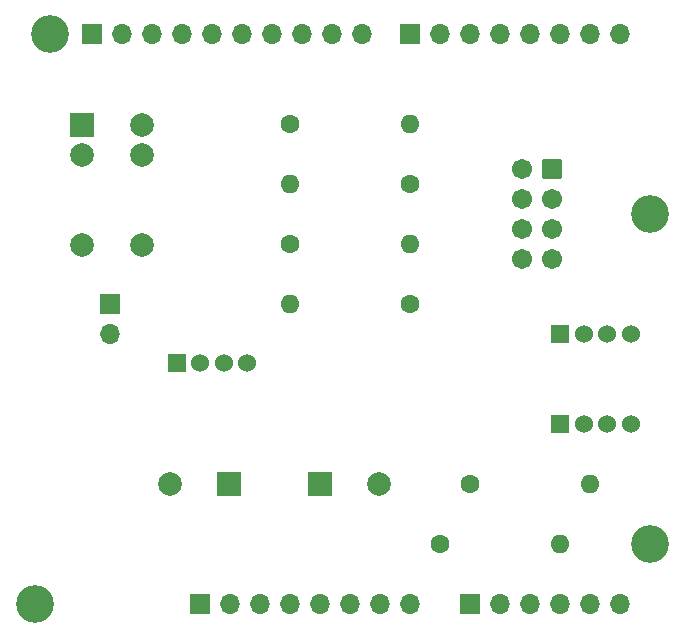
<source format=gbs>
%TF.GenerationSoftware,KiCad,Pcbnew,7.0.10*%
%TF.CreationDate,2024-04-05T22:28:22-04:00*%
%TF.ProjectId,finalIOTproject,66696e61-6c49-44f5-9470-726f6a656374,rev?*%
%TF.SameCoordinates,Original*%
%TF.FileFunction,Soldermask,Bot*%
%TF.FilePolarity,Negative*%
%FSLAX46Y46*%
G04 Gerber Fmt 4.6, Leading zero omitted, Abs format (unit mm)*
G04 Created by KiCad (PCBNEW 7.0.10) date 2024-04-05 22:28:22*
%MOMM*%
%LPD*%
G01*
G04 APERTURE LIST*
G04 Aperture macros list*
%AMRoundRect*
0 Rectangle with rounded corners*
0 $1 Rounding radius*
0 $2 $3 $4 $5 $6 $7 $8 $9 X,Y pos of 4 corners*
0 Add a 4 corners polygon primitive as box body*
4,1,4,$2,$3,$4,$5,$6,$7,$8,$9,$2,$3,0*
0 Add four circle primitives for the rounded corners*
1,1,$1+$1,$2,$3*
1,1,$1+$1,$4,$5*
1,1,$1+$1,$6,$7*
1,1,$1+$1,$8,$9*
0 Add four rect primitives between the rounded corners*
20,1,$1+$1,$2,$3,$4,$5,0*
20,1,$1+$1,$4,$5,$6,$7,0*
20,1,$1+$1,$6,$7,$8,$9,0*
20,1,$1+$1,$8,$9,$2,$3,0*%
G04 Aperture macros list end*
%ADD10C,1.524000*%
%ADD11R,1.524000X1.524000*%
%ADD12C,1.600000*%
%ADD13O,1.600000X1.600000*%
%ADD14R,2.000000X2.000000*%
%ADD15C,2.000000*%
%ADD16R,1.700000X1.700000*%
%ADD17O,1.700000X1.700000*%
%ADD18C,3.200000*%
%ADD19RoundRect,0.102000X-0.750000X0.750000X-0.750000X-0.750000X0.750000X-0.750000X0.750000X0.750000X0*%
%ADD20C,1.704000*%
G04 APERTURE END LIST*
D10*
%TO.C,J5*%
X164420000Y-74600000D03*
X162420000Y-74600000D03*
X160420000Y-74600000D03*
D11*
X158420000Y-74600000D03*
%TD*%
D12*
%TO.C,R6*%
X148260000Y-92380000D03*
D13*
X158420000Y-92380000D03*
%TD*%
D12*
%TO.C,R5*%
X150800000Y-87300000D03*
D13*
X160960000Y-87300000D03*
%TD*%
D14*
%TO.C,K1*%
X117912500Y-56942500D03*
D15*
X117912500Y-59482500D03*
X117912500Y-67102500D03*
X122992500Y-67102500D03*
X122992500Y-59482500D03*
X122992500Y-56942500D03*
%TD*%
D11*
%TO.C,J8*%
X125940000Y-77085000D03*
D10*
X127940000Y-77085000D03*
X129940000Y-77085000D03*
X131940000Y-77085000D03*
%TD*%
D16*
%TO.C,J7*%
X120320000Y-72060000D03*
D17*
X120320000Y-74600000D03*
%TD*%
D11*
%TO.C,J6*%
X158420000Y-82220000D03*
D10*
X160420000Y-82220000D03*
X162420000Y-82220000D03*
X164420000Y-82220000D03*
%TD*%
D16*
%TO.C,J1*%
X127940000Y-97460000D03*
D17*
X130480000Y-97460000D03*
X133020000Y-97460000D03*
X135560000Y-97460000D03*
X138100000Y-97460000D03*
X140640000Y-97460000D03*
X143180000Y-97460000D03*
X145720000Y-97460000D03*
%TD*%
D16*
%TO.C,J3*%
X150800000Y-97460000D03*
D17*
X153340000Y-97460000D03*
X155880000Y-97460000D03*
X158420000Y-97460000D03*
X160960000Y-97460000D03*
X163500000Y-97460000D03*
%TD*%
D16*
%TO.C,J2*%
X118796000Y-49200000D03*
D17*
X121336000Y-49200000D03*
X123876000Y-49200000D03*
X126416000Y-49200000D03*
X128956000Y-49200000D03*
X131496000Y-49200000D03*
X134036000Y-49200000D03*
X136576000Y-49200000D03*
X139116000Y-49200000D03*
X141656000Y-49200000D03*
%TD*%
D16*
%TO.C,J4*%
X145720000Y-49200000D03*
D17*
X148260000Y-49200000D03*
X150800000Y-49200000D03*
X153340000Y-49200000D03*
X155880000Y-49200000D03*
X158420000Y-49200000D03*
X160960000Y-49200000D03*
X163500000Y-49200000D03*
%TD*%
D12*
%TO.C,R3*%
X135560000Y-56820000D03*
D13*
X145720000Y-56820000D03*
%TD*%
D12*
%TO.C,R2*%
X145720000Y-72060000D03*
D13*
X135560000Y-72060000D03*
%TD*%
D18*
%TO.C,MH1*%
X115240000Y-49200000D03*
%TD*%
D15*
%TO.C,C2*%
X125400000Y-87300000D03*
D14*
X130400000Y-87300000D03*
%TD*%
D12*
%TO.C,R1*%
X135560000Y-66980000D03*
D13*
X145720000Y-66980000D03*
%TD*%
D12*
%TO.C,R4*%
X145720000Y-61900000D03*
D13*
X135560000Y-61900000D03*
%TD*%
D19*
%TO.C,U1*%
X157730000Y-60630000D03*
D20*
X157730000Y-63170000D03*
X157730000Y-65710000D03*
X157730000Y-68250000D03*
X155190000Y-60630000D03*
X155190000Y-63170000D03*
X155190000Y-65710000D03*
X155190000Y-68250000D03*
%TD*%
D18*
%TO.C,MH2*%
X113970000Y-97460000D03*
%TD*%
%TO.C,MH3*%
X166040000Y-64440000D03*
%TD*%
%TO.C,MH4*%
X166040000Y-92380000D03*
%TD*%
D14*
%TO.C,C1*%
X138100000Y-87300000D03*
D15*
X143100000Y-87300000D03*
%TD*%
M02*

</source>
